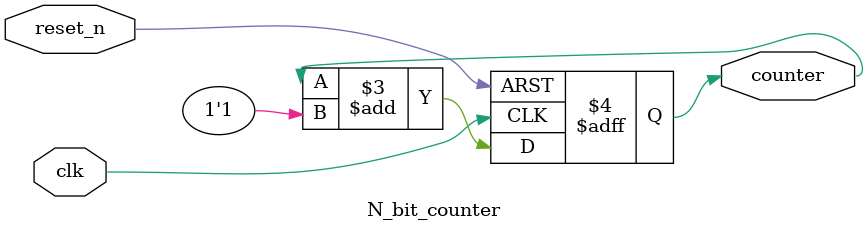
<source format=v>

module N_bit_counter
  
      #(parameter N=1)
  
      ( input clk,
        input reset_n,
        output reg [N-1:0] counter
);

always @(posedge clk or negedge reset_n) begin

    if(!reset_n)
          counter<=0;
   else
      counter<=counter+1'b1;
end

endmodule
</source>
